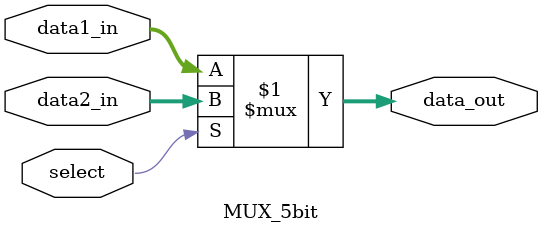
<source format=v>
`timescale 1ns / 1ps
module MUX_5bit(
    data1_in,
    data2_in,
    select,
    data_out
);

input [4:0] data1_in, data2_in;
input select;
output [4:0] data_out;

assign data_out = (select) ? data2_in : data1_in;
endmodule

</source>
